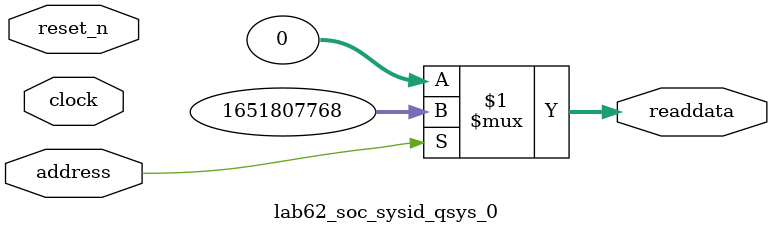
<source format=v>



// synthesis translate_off
`timescale 1ns / 1ps
// synthesis translate_on

// turn off superfluous verilog processor warnings 
// altera message_level Level1 
// altera message_off 10034 10035 10036 10037 10230 10240 10030 

module lab62_soc_sysid_qsys_0 (
               // inputs:
                address,
                clock,
                reset_n,

               // outputs:
                readdata
             )
;

  output  [ 31: 0] readdata;
  input            address;
  input            clock;
  input            reset_n;

  wire    [ 31: 0] readdata;
  //control_slave, which is an e_avalon_slave
  assign readdata = address ? 1651807768 : 0;

endmodule



</source>
